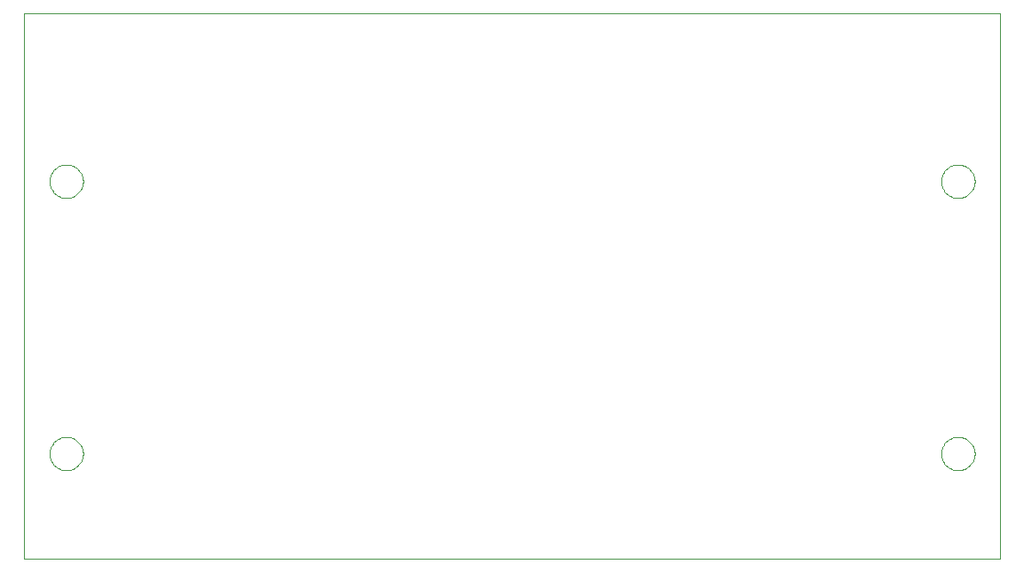
<source format=gbp>
G75*
G70*
%OFA0B0*%
%FSLAX24Y24*%
%IPPOS*%
%LPD*%
%AMOC8*
5,1,8,0,0,1.08239X$1,22.5*
%
%ADD10C,0.0000*%
D10*
X000377Y000377D02*
X036991Y000377D01*
X036991Y020849D01*
X000377Y020849D01*
X000377Y000377D01*
X001322Y004314D02*
X001324Y004364D01*
X001330Y004414D01*
X001340Y004463D01*
X001354Y004511D01*
X001371Y004558D01*
X001392Y004603D01*
X001417Y004647D01*
X001445Y004688D01*
X001477Y004727D01*
X001511Y004764D01*
X001548Y004798D01*
X001588Y004828D01*
X001630Y004855D01*
X001674Y004879D01*
X001720Y004900D01*
X001767Y004916D01*
X001815Y004929D01*
X001865Y004938D01*
X001914Y004943D01*
X001965Y004944D01*
X002015Y004941D01*
X002064Y004934D01*
X002113Y004923D01*
X002161Y004908D01*
X002207Y004890D01*
X002252Y004868D01*
X002295Y004842D01*
X002336Y004813D01*
X002375Y004781D01*
X002411Y004746D01*
X002443Y004708D01*
X002473Y004668D01*
X002500Y004625D01*
X002523Y004581D01*
X002542Y004535D01*
X002558Y004487D01*
X002570Y004438D01*
X002578Y004389D01*
X002582Y004339D01*
X002582Y004289D01*
X002578Y004239D01*
X002570Y004190D01*
X002558Y004141D01*
X002542Y004093D01*
X002523Y004047D01*
X002500Y004003D01*
X002473Y003960D01*
X002443Y003920D01*
X002411Y003882D01*
X002375Y003847D01*
X002336Y003815D01*
X002295Y003786D01*
X002252Y003760D01*
X002207Y003738D01*
X002161Y003720D01*
X002113Y003705D01*
X002064Y003694D01*
X002015Y003687D01*
X001965Y003684D01*
X001914Y003685D01*
X001865Y003690D01*
X001815Y003699D01*
X001767Y003712D01*
X001720Y003728D01*
X001674Y003749D01*
X001630Y003773D01*
X001588Y003800D01*
X001548Y003830D01*
X001511Y003864D01*
X001477Y003901D01*
X001445Y003940D01*
X001417Y003981D01*
X001392Y004025D01*
X001371Y004070D01*
X001354Y004117D01*
X001340Y004165D01*
X001330Y004214D01*
X001324Y004264D01*
X001322Y004314D01*
X001322Y014550D02*
X001324Y014600D01*
X001330Y014650D01*
X001340Y014699D01*
X001354Y014747D01*
X001371Y014794D01*
X001392Y014839D01*
X001417Y014883D01*
X001445Y014924D01*
X001477Y014963D01*
X001511Y015000D01*
X001548Y015034D01*
X001588Y015064D01*
X001630Y015091D01*
X001674Y015115D01*
X001720Y015136D01*
X001767Y015152D01*
X001815Y015165D01*
X001865Y015174D01*
X001914Y015179D01*
X001965Y015180D01*
X002015Y015177D01*
X002064Y015170D01*
X002113Y015159D01*
X002161Y015144D01*
X002207Y015126D01*
X002252Y015104D01*
X002295Y015078D01*
X002336Y015049D01*
X002375Y015017D01*
X002411Y014982D01*
X002443Y014944D01*
X002473Y014904D01*
X002500Y014861D01*
X002523Y014817D01*
X002542Y014771D01*
X002558Y014723D01*
X002570Y014674D01*
X002578Y014625D01*
X002582Y014575D01*
X002582Y014525D01*
X002578Y014475D01*
X002570Y014426D01*
X002558Y014377D01*
X002542Y014329D01*
X002523Y014283D01*
X002500Y014239D01*
X002473Y014196D01*
X002443Y014156D01*
X002411Y014118D01*
X002375Y014083D01*
X002336Y014051D01*
X002295Y014022D01*
X002252Y013996D01*
X002207Y013974D01*
X002161Y013956D01*
X002113Y013941D01*
X002064Y013930D01*
X002015Y013923D01*
X001965Y013920D01*
X001914Y013921D01*
X001865Y013926D01*
X001815Y013935D01*
X001767Y013948D01*
X001720Y013964D01*
X001674Y013985D01*
X001630Y014009D01*
X001588Y014036D01*
X001548Y014066D01*
X001511Y014100D01*
X001477Y014137D01*
X001445Y014176D01*
X001417Y014217D01*
X001392Y014261D01*
X001371Y014306D01*
X001354Y014353D01*
X001340Y014401D01*
X001330Y014450D01*
X001324Y014500D01*
X001322Y014550D01*
X034786Y014550D02*
X034788Y014600D01*
X034794Y014650D01*
X034804Y014699D01*
X034818Y014747D01*
X034835Y014794D01*
X034856Y014839D01*
X034881Y014883D01*
X034909Y014924D01*
X034941Y014963D01*
X034975Y015000D01*
X035012Y015034D01*
X035052Y015064D01*
X035094Y015091D01*
X035138Y015115D01*
X035184Y015136D01*
X035231Y015152D01*
X035279Y015165D01*
X035329Y015174D01*
X035378Y015179D01*
X035429Y015180D01*
X035479Y015177D01*
X035528Y015170D01*
X035577Y015159D01*
X035625Y015144D01*
X035671Y015126D01*
X035716Y015104D01*
X035759Y015078D01*
X035800Y015049D01*
X035839Y015017D01*
X035875Y014982D01*
X035907Y014944D01*
X035937Y014904D01*
X035964Y014861D01*
X035987Y014817D01*
X036006Y014771D01*
X036022Y014723D01*
X036034Y014674D01*
X036042Y014625D01*
X036046Y014575D01*
X036046Y014525D01*
X036042Y014475D01*
X036034Y014426D01*
X036022Y014377D01*
X036006Y014329D01*
X035987Y014283D01*
X035964Y014239D01*
X035937Y014196D01*
X035907Y014156D01*
X035875Y014118D01*
X035839Y014083D01*
X035800Y014051D01*
X035759Y014022D01*
X035716Y013996D01*
X035671Y013974D01*
X035625Y013956D01*
X035577Y013941D01*
X035528Y013930D01*
X035479Y013923D01*
X035429Y013920D01*
X035378Y013921D01*
X035329Y013926D01*
X035279Y013935D01*
X035231Y013948D01*
X035184Y013964D01*
X035138Y013985D01*
X035094Y014009D01*
X035052Y014036D01*
X035012Y014066D01*
X034975Y014100D01*
X034941Y014137D01*
X034909Y014176D01*
X034881Y014217D01*
X034856Y014261D01*
X034835Y014306D01*
X034818Y014353D01*
X034804Y014401D01*
X034794Y014450D01*
X034788Y014500D01*
X034786Y014550D01*
X034786Y004314D02*
X034788Y004364D01*
X034794Y004414D01*
X034804Y004463D01*
X034818Y004511D01*
X034835Y004558D01*
X034856Y004603D01*
X034881Y004647D01*
X034909Y004688D01*
X034941Y004727D01*
X034975Y004764D01*
X035012Y004798D01*
X035052Y004828D01*
X035094Y004855D01*
X035138Y004879D01*
X035184Y004900D01*
X035231Y004916D01*
X035279Y004929D01*
X035329Y004938D01*
X035378Y004943D01*
X035429Y004944D01*
X035479Y004941D01*
X035528Y004934D01*
X035577Y004923D01*
X035625Y004908D01*
X035671Y004890D01*
X035716Y004868D01*
X035759Y004842D01*
X035800Y004813D01*
X035839Y004781D01*
X035875Y004746D01*
X035907Y004708D01*
X035937Y004668D01*
X035964Y004625D01*
X035987Y004581D01*
X036006Y004535D01*
X036022Y004487D01*
X036034Y004438D01*
X036042Y004389D01*
X036046Y004339D01*
X036046Y004289D01*
X036042Y004239D01*
X036034Y004190D01*
X036022Y004141D01*
X036006Y004093D01*
X035987Y004047D01*
X035964Y004003D01*
X035937Y003960D01*
X035907Y003920D01*
X035875Y003882D01*
X035839Y003847D01*
X035800Y003815D01*
X035759Y003786D01*
X035716Y003760D01*
X035671Y003738D01*
X035625Y003720D01*
X035577Y003705D01*
X035528Y003694D01*
X035479Y003687D01*
X035429Y003684D01*
X035378Y003685D01*
X035329Y003690D01*
X035279Y003699D01*
X035231Y003712D01*
X035184Y003728D01*
X035138Y003749D01*
X035094Y003773D01*
X035052Y003800D01*
X035012Y003830D01*
X034975Y003864D01*
X034941Y003901D01*
X034909Y003940D01*
X034881Y003981D01*
X034856Y004025D01*
X034835Y004070D01*
X034818Y004117D01*
X034804Y004165D01*
X034794Y004214D01*
X034788Y004264D01*
X034786Y004314D01*
M02*

</source>
